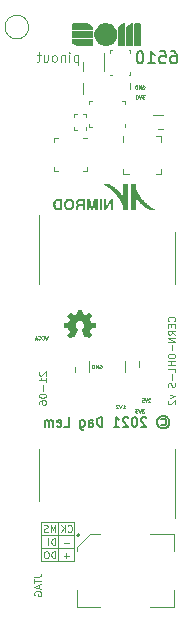
<source format=gbr>
%TF.GenerationSoftware,KiCad,Pcbnew,(5.99.0-10952-g410dbe17de)*%
%TF.CreationDate,2021-06-16T22:03:04+02:00*%
%TF.ProjectId,reDIP-64,72654449-502d-4363-942e-6b696361645f,0.2*%
%TF.SameCoordinates,PX594fc50PY8e9a590*%
%TF.FileFunction,Legend,Bot*%
%TF.FilePolarity,Positive*%
%FSLAX46Y46*%
G04 Gerber Fmt 4.6, Leading zero omitted, Abs format (unit mm)*
G04 Created by KiCad (PCBNEW (5.99.0-10952-g410dbe17de)) date 2021-06-16 22:03:04*
%MOMM*%
%LPD*%
G01*
G04 APERTURE LIST*
%ADD10C,0.120000*%
%ADD11C,0.150000*%
%ADD12C,0.075000*%
%ADD13C,0.200000*%
G04 APERTURE END LIST*
D10*
X7350000Y49530000D02*
G75*
G03*
X7350000Y49530000I-1000000J0D01*
G01*
X8430000Y5400000D02*
X11200000Y5400000D01*
X8430000Y4300000D02*
X11200000Y4300000D01*
X8430000Y7630000D02*
X8430000Y4300000D01*
X8430000Y6520000D02*
X11200000Y6520000D01*
X11200000Y7630000D02*
X8430000Y7630000D01*
X11200000Y4300000D02*
X11200000Y7630000D01*
X9850000Y7630000D02*
X9850000Y4300000D01*
X8268571Y20380000D02*
X8240000Y20351429D01*
X8211428Y20294286D01*
X8211428Y20151429D01*
X8240000Y20094286D01*
X8268571Y20065715D01*
X8325714Y20037143D01*
X8382857Y20037143D01*
X8468571Y20065715D01*
X8811428Y20408572D01*
X8811428Y20037143D01*
X8811428Y19465715D02*
X8811428Y19808572D01*
X8811428Y19637143D02*
X8211428Y19637143D01*
X8297142Y19694286D01*
X8354285Y19751429D01*
X8382857Y19808572D01*
X8582857Y19208572D02*
X8582857Y18751429D01*
X8211428Y18351429D02*
X8211428Y18294286D01*
X8240000Y18237143D01*
X8268571Y18208572D01*
X8325714Y18180000D01*
X8440000Y18151429D01*
X8582857Y18151429D01*
X8697142Y18180000D01*
X8754285Y18208572D01*
X8782857Y18237143D01*
X8811428Y18294286D01*
X8811428Y18351429D01*
X8782857Y18408572D01*
X8754285Y18437143D01*
X8697142Y18465715D01*
X8582857Y18494286D01*
X8440000Y18494286D01*
X8325714Y18465715D01*
X8268571Y18437143D01*
X8240000Y18408572D01*
X8211428Y18351429D01*
X8211428Y17637143D02*
X8211428Y17751429D01*
X8240000Y17808572D01*
X8268571Y17837143D01*
X8354285Y17894286D01*
X8468571Y17922858D01*
X8697142Y17922858D01*
X8754285Y17894286D01*
X8782857Y17865715D01*
X8811428Y17808572D01*
X8811428Y17694286D01*
X8782857Y17637143D01*
X8754285Y17608572D01*
X8697142Y17580000D01*
X8554285Y17580000D01*
X8497142Y17608572D01*
X8468571Y17637143D01*
X8440000Y17694286D01*
X8440000Y17808572D01*
X8468571Y17865715D01*
X8497142Y17894286D01*
X8554285Y17922858D01*
X19694285Y24642858D02*
X19722857Y24671429D01*
X19751428Y24757143D01*
X19751428Y24814286D01*
X19722857Y24900000D01*
X19665714Y24957143D01*
X19608571Y24985715D01*
X19494285Y25014286D01*
X19408571Y25014286D01*
X19294285Y24985715D01*
X19237142Y24957143D01*
X19180000Y24900000D01*
X19151428Y24814286D01*
X19151428Y24757143D01*
X19180000Y24671429D01*
X19208571Y24642858D01*
X19437142Y24385715D02*
X19437142Y24185715D01*
X19751428Y24100000D02*
X19751428Y24385715D01*
X19151428Y24385715D01*
X19151428Y24100000D01*
X19751428Y23500000D02*
X19465714Y23700000D01*
X19751428Y23842858D02*
X19151428Y23842858D01*
X19151428Y23614286D01*
X19180000Y23557143D01*
X19208571Y23528572D01*
X19265714Y23500000D01*
X19351428Y23500000D01*
X19408571Y23528572D01*
X19437142Y23557143D01*
X19465714Y23614286D01*
X19465714Y23842858D01*
X19751428Y23242858D02*
X19151428Y23242858D01*
X19751428Y22900000D01*
X19151428Y22900000D01*
X19522857Y22614286D02*
X19522857Y22157143D01*
X19151428Y21757143D02*
X19151428Y21642858D01*
X19180000Y21585715D01*
X19237142Y21528572D01*
X19351428Y21500000D01*
X19551428Y21500000D01*
X19665714Y21528572D01*
X19722857Y21585715D01*
X19751428Y21642858D01*
X19751428Y21757143D01*
X19722857Y21814286D01*
X19665714Y21871429D01*
X19551428Y21900000D01*
X19351428Y21900000D01*
X19237142Y21871429D01*
X19180000Y21814286D01*
X19151428Y21757143D01*
X19751428Y21242858D02*
X19151428Y21242858D01*
X19437142Y21242858D02*
X19437142Y20900000D01*
X19751428Y20900000D02*
X19151428Y20900000D01*
X19751428Y20328572D02*
X19751428Y20614286D01*
X19151428Y20614286D01*
X19522857Y20128572D02*
X19522857Y19671429D01*
X19722857Y19414286D02*
X19751428Y19328572D01*
X19751428Y19185715D01*
X19722857Y19128572D01*
X19694285Y19100000D01*
X19637142Y19071429D01*
X19580000Y19071429D01*
X19522857Y19100000D01*
X19494285Y19128572D01*
X19465714Y19185715D01*
X19437142Y19300000D01*
X19408571Y19357143D01*
X19380000Y19385715D01*
X19322857Y19414286D01*
X19265714Y19414286D01*
X19208571Y19385715D01*
X19180000Y19357143D01*
X19151428Y19300000D01*
X19151428Y19157143D01*
X19180000Y19071429D01*
X19351428Y18414286D02*
X19751428Y18271429D01*
X19351428Y18128572D01*
X19208571Y17928572D02*
X19180000Y17900000D01*
X19151428Y17842858D01*
X19151428Y17700000D01*
X19180000Y17642858D01*
X19208571Y17614286D01*
X19265714Y17585715D01*
X19322857Y17585715D01*
X19408571Y17614286D01*
X19751428Y17957143D01*
X19751428Y17585715D01*
X11526190Y47151429D02*
X11526190Y46351429D01*
X11526190Y47113334D02*
X11450000Y47151429D01*
X11297619Y47151429D01*
X11221428Y47113334D01*
X11183333Y47075239D01*
X11145238Y46999048D01*
X11145238Y46770477D01*
X11183333Y46694286D01*
X11221428Y46656191D01*
X11297619Y46618096D01*
X11450000Y46618096D01*
X11526190Y46656191D01*
X10802380Y46618096D02*
X10802380Y47151429D01*
X10802380Y47418096D02*
X10840476Y47380000D01*
X10802380Y47341905D01*
X10764285Y47380000D01*
X10802380Y47418096D01*
X10802380Y47341905D01*
X10421428Y47151429D02*
X10421428Y46618096D01*
X10421428Y47075239D02*
X10383333Y47113334D01*
X10307142Y47151429D01*
X10192857Y47151429D01*
X10116666Y47113334D01*
X10078571Y47037143D01*
X10078571Y46618096D01*
X9583333Y46618096D02*
X9659523Y46656191D01*
X9697619Y46694286D01*
X9735714Y46770477D01*
X9735714Y46999048D01*
X9697619Y47075239D01*
X9659523Y47113334D01*
X9583333Y47151429D01*
X9469047Y47151429D01*
X9392857Y47113334D01*
X9354761Y47075239D01*
X9316666Y46999048D01*
X9316666Y46770477D01*
X9354761Y46694286D01*
X9392857Y46656191D01*
X9469047Y46618096D01*
X9583333Y46618096D01*
X8630952Y47151429D02*
X8630952Y46618096D01*
X8973809Y47151429D02*
X8973809Y46732381D01*
X8935714Y46656191D01*
X8859523Y46618096D01*
X8745238Y46618096D01*
X8669047Y46656191D01*
X8630952Y46694286D01*
X8364285Y47151429D02*
X8059523Y47151429D01*
X8250000Y47418096D02*
X8250000Y46732381D01*
X8211904Y46656191D01*
X8135714Y46618096D01*
X8059523Y46618096D01*
X7831428Y3010000D02*
X8260000Y3010000D01*
X8345714Y3038572D01*
X8402857Y3095715D01*
X8431428Y3181429D01*
X8431428Y3238572D01*
X7831428Y2810000D02*
X7831428Y2467143D01*
X8431428Y2638572D02*
X7831428Y2638572D01*
X8260000Y2295715D02*
X8260000Y2010000D01*
X8431428Y2352858D02*
X7831428Y2152858D01*
X8431428Y1952858D01*
X7860000Y1438572D02*
X7831428Y1495715D01*
X7831428Y1581429D01*
X7860000Y1667143D01*
X7917142Y1724286D01*
X7974285Y1752858D01*
X8088571Y1781429D01*
X8174285Y1781429D01*
X8288571Y1752858D01*
X8345714Y1724286D01*
X8402857Y1667143D01*
X8431428Y1581429D01*
X8431428Y1524286D01*
X8402857Y1438572D01*
X8374285Y1410000D01*
X8174285Y1410000D01*
X8174285Y1524286D01*
D11*
X19438095Y47477620D02*
X19628571Y47477620D01*
X19723809Y47430000D01*
X19771428Y47382381D01*
X19866666Y47239524D01*
X19914285Y47049048D01*
X19914285Y46668096D01*
X19866666Y46572858D01*
X19819047Y46525239D01*
X19723809Y46477620D01*
X19533333Y46477620D01*
X19438095Y46525239D01*
X19390476Y46572858D01*
X19342857Y46668096D01*
X19342857Y46906191D01*
X19390476Y47001429D01*
X19438095Y47049048D01*
X19533333Y47096667D01*
X19723809Y47096667D01*
X19819047Y47049048D01*
X19866666Y47001429D01*
X19914285Y46906191D01*
X18438095Y47477620D02*
X18914285Y47477620D01*
X18961904Y47001429D01*
X18914285Y47049048D01*
X18819047Y47096667D01*
X18580952Y47096667D01*
X18485714Y47049048D01*
X18438095Y47001429D01*
X18390476Y46906191D01*
X18390476Y46668096D01*
X18438095Y46572858D01*
X18485714Y46525239D01*
X18580952Y46477620D01*
X18819047Y46477620D01*
X18914285Y46525239D01*
X18961904Y46572858D01*
X17438095Y46477620D02*
X18009523Y46477620D01*
X17723809Y46477620D02*
X17723809Y47477620D01*
X17819047Y47334762D01*
X17914285Y47239524D01*
X18009523Y47191905D01*
X16819047Y47477620D02*
X16723809Y47477620D01*
X16628571Y47430000D01*
X16580952Y47382381D01*
X16533333Y47287143D01*
X16485714Y47096667D01*
X16485714Y46858572D01*
X16533333Y46668096D01*
X16580952Y46572858D01*
X16628571Y46525239D01*
X16723809Y46477620D01*
X16819047Y46477620D01*
X16914285Y46525239D01*
X16961904Y46572858D01*
X17009523Y46668096D01*
X17057142Y46858572D01*
X17057142Y47096667D01*
X17009523Y47287143D01*
X16961904Y47382381D01*
X16914285Y47430000D01*
X16819047Y47477620D01*
X18579523Y16327620D02*
X18655714Y16365715D01*
X18808095Y16365715D01*
X18884285Y16327620D01*
X18960476Y16251429D01*
X18998571Y16175239D01*
X18998571Y16022858D01*
X18960476Y15946667D01*
X18884285Y15870477D01*
X18808095Y15832381D01*
X18655714Y15832381D01*
X18579523Y15870477D01*
X18731904Y16632381D02*
X18922380Y16594286D01*
X19112857Y16480000D01*
X19227142Y16289524D01*
X19265238Y16099048D01*
X19227142Y15908572D01*
X19112857Y15718096D01*
X18922380Y15603810D01*
X18731904Y15565715D01*
X18541428Y15603810D01*
X18350952Y15718096D01*
X18236666Y15908572D01*
X18198571Y16099048D01*
X18236666Y16289524D01*
X18350952Y16480000D01*
X18541428Y16594286D01*
X18731904Y16632381D01*
X17284285Y16441905D02*
X17246190Y16480000D01*
X17170000Y16518096D01*
X16979523Y16518096D01*
X16903333Y16480000D01*
X16865238Y16441905D01*
X16827142Y16365715D01*
X16827142Y16289524D01*
X16865238Y16175239D01*
X17322380Y15718096D01*
X16827142Y15718096D01*
X16331904Y16518096D02*
X16255714Y16518096D01*
X16179523Y16480000D01*
X16141428Y16441905D01*
X16103333Y16365715D01*
X16065238Y16213334D01*
X16065238Y16022858D01*
X16103333Y15870477D01*
X16141428Y15794286D01*
X16179523Y15756191D01*
X16255714Y15718096D01*
X16331904Y15718096D01*
X16408095Y15756191D01*
X16446190Y15794286D01*
X16484285Y15870477D01*
X16522380Y16022858D01*
X16522380Y16213334D01*
X16484285Y16365715D01*
X16446190Y16441905D01*
X16408095Y16480000D01*
X16331904Y16518096D01*
X15760476Y16441905D02*
X15722380Y16480000D01*
X15646190Y16518096D01*
X15455714Y16518096D01*
X15379523Y16480000D01*
X15341428Y16441905D01*
X15303333Y16365715D01*
X15303333Y16289524D01*
X15341428Y16175239D01*
X15798571Y15718096D01*
X15303333Y15718096D01*
X14541428Y15718096D02*
X14998571Y15718096D01*
X14770000Y15718096D02*
X14770000Y16518096D01*
X14846190Y16403810D01*
X14922380Y16327620D01*
X14998571Y16289524D01*
X13589047Y15718096D02*
X13589047Y16518096D01*
X13398571Y16518096D01*
X13284285Y16480000D01*
X13208095Y16403810D01*
X13170000Y16327620D01*
X13131904Y16175239D01*
X13131904Y16060953D01*
X13170000Y15908572D01*
X13208095Y15832381D01*
X13284285Y15756191D01*
X13398571Y15718096D01*
X13589047Y15718096D01*
X12446190Y15718096D02*
X12446190Y16137143D01*
X12484285Y16213334D01*
X12560476Y16251429D01*
X12712857Y16251429D01*
X12789047Y16213334D01*
X12446190Y15756191D02*
X12522380Y15718096D01*
X12712857Y15718096D01*
X12789047Y15756191D01*
X12827142Y15832381D01*
X12827142Y15908572D01*
X12789047Y15984762D01*
X12712857Y16022858D01*
X12522380Y16022858D01*
X12446190Y16060953D01*
X11722380Y16251429D02*
X11722380Y15603810D01*
X11760476Y15527620D01*
X11798571Y15489524D01*
X11874761Y15451429D01*
X11989047Y15451429D01*
X12065238Y15489524D01*
X11722380Y15756191D02*
X11798571Y15718096D01*
X11950952Y15718096D01*
X12027142Y15756191D01*
X12065238Y15794286D01*
X12103333Y15870477D01*
X12103333Y16099048D01*
X12065238Y16175239D01*
X12027142Y16213334D01*
X11950952Y16251429D01*
X11798571Y16251429D01*
X11722380Y16213334D01*
X10350952Y15718096D02*
X10731904Y15718096D01*
X10731904Y16518096D01*
X9779523Y15756191D02*
X9855714Y15718096D01*
X10008095Y15718096D01*
X10084285Y15756191D01*
X10122380Y15832381D01*
X10122380Y16137143D01*
X10084285Y16213334D01*
X10008095Y16251429D01*
X9855714Y16251429D01*
X9779523Y16213334D01*
X9741428Y16137143D01*
X9741428Y16060953D01*
X10122380Y15984762D01*
X9398571Y15718096D02*
X9398571Y16251429D01*
X9398571Y16175239D02*
X9360476Y16213334D01*
X9284285Y16251429D01*
X9170000Y16251429D01*
X9093809Y16213334D01*
X9055714Y16137143D01*
X9055714Y15718096D01*
X9055714Y16137143D02*
X9017619Y16213334D01*
X8941428Y16251429D01*
X8827142Y16251429D01*
X8750952Y16213334D01*
X8712857Y16137143D01*
X8712857Y15718096D01*
D10*
X9619142Y4548572D02*
X9619142Y5148572D01*
X9476285Y5148572D01*
X9390571Y5120000D01*
X9333428Y5062858D01*
X9304857Y5005715D01*
X9276285Y4891429D01*
X9276285Y4805715D01*
X9304857Y4691429D01*
X9333428Y4634286D01*
X9390571Y4577143D01*
X9476285Y4548572D01*
X9619142Y4548572D01*
X8904857Y5148572D02*
X8790571Y5148572D01*
X8733428Y5120000D01*
X8676285Y5062858D01*
X8647714Y4948572D01*
X8647714Y4748572D01*
X8676285Y4634286D01*
X8733428Y4577143D01*
X8790571Y4548572D01*
X8904857Y4548572D01*
X8962000Y4577143D01*
X9019142Y4634286D01*
X9047714Y4748572D01*
X9047714Y4948572D01*
X9019142Y5062858D01*
X8962000Y5120000D01*
X8904857Y5148572D01*
X9619142Y5658572D02*
X9619142Y6258572D01*
X9476285Y6258572D01*
X9390571Y6230000D01*
X9333428Y6172858D01*
X9304857Y6115715D01*
X9276285Y6001429D01*
X9276285Y5915715D01*
X9304857Y5801429D01*
X9333428Y5744286D01*
X9390571Y5687143D01*
X9476285Y5658572D01*
X9619142Y5658572D01*
X9019142Y5658572D02*
X9019142Y6258572D01*
X10758571Y4777143D02*
X10301428Y4777143D01*
X10530000Y4548572D02*
X10530000Y5005715D01*
X10758571Y5887143D02*
X10301428Y5887143D01*
X10644285Y6835715D02*
X10672857Y6807143D01*
X10758571Y6778572D01*
X10815714Y6778572D01*
X10901428Y6807143D01*
X10958571Y6864286D01*
X10987142Y6921429D01*
X11015714Y7035715D01*
X11015714Y7121429D01*
X10987142Y7235715D01*
X10958571Y7292858D01*
X10901428Y7350000D01*
X10815714Y7378572D01*
X10758571Y7378572D01*
X10672857Y7350000D01*
X10644285Y7321429D01*
X10387142Y6778572D02*
X10387142Y7378572D01*
X10044285Y6778572D02*
X10301428Y7121429D01*
X10044285Y7378572D02*
X10387142Y7035715D01*
D12*
X13348571Y20920000D02*
X13377142Y20934286D01*
X13420000Y20934286D01*
X13462857Y20920000D01*
X13491428Y20891429D01*
X13505714Y20862858D01*
X13520000Y20805715D01*
X13520000Y20762858D01*
X13505714Y20705715D01*
X13491428Y20677143D01*
X13462857Y20648572D01*
X13420000Y20634286D01*
X13391428Y20634286D01*
X13348571Y20648572D01*
X13334285Y20662858D01*
X13334285Y20762858D01*
X13391428Y20762858D01*
X13205714Y20634286D02*
X13205714Y20934286D01*
X13034285Y20634286D01*
X13034285Y20934286D01*
X12891428Y20634286D02*
X12891428Y20934286D01*
X12820000Y20934286D01*
X12777142Y20920000D01*
X12748571Y20891429D01*
X12734285Y20862858D01*
X12720000Y20805715D01*
X12720000Y20762858D01*
X12734285Y20705715D01*
X12748571Y20677143D01*
X12777142Y20648572D01*
X12820000Y20634286D01*
X12891428Y20634286D01*
X8948571Y23384286D02*
X8848571Y23084286D01*
X8748571Y23384286D01*
X8477142Y23112858D02*
X8491428Y23098572D01*
X8534285Y23084286D01*
X8562857Y23084286D01*
X8605714Y23098572D01*
X8634285Y23127143D01*
X8648571Y23155715D01*
X8662857Y23212858D01*
X8662857Y23255715D01*
X8648571Y23312858D01*
X8634285Y23341429D01*
X8605714Y23370000D01*
X8562857Y23384286D01*
X8534285Y23384286D01*
X8491428Y23370000D01*
X8477142Y23355715D01*
X8177142Y23112858D02*
X8191428Y23098572D01*
X8234285Y23084286D01*
X8262857Y23084286D01*
X8305714Y23098572D01*
X8334285Y23127143D01*
X8348571Y23155715D01*
X8362857Y23212858D01*
X8362857Y23255715D01*
X8348571Y23312858D01*
X8334285Y23341429D01*
X8305714Y23370000D01*
X8262857Y23384286D01*
X8234285Y23384286D01*
X8191428Y23370000D01*
X8177142Y23355715D01*
X8062857Y23170000D02*
X7920000Y23170000D01*
X8091428Y23084286D02*
X7991428Y23384286D01*
X7891428Y23084286D01*
X16998571Y44580000D02*
X17027142Y44594286D01*
X17070000Y44594286D01*
X17112857Y44580000D01*
X17141428Y44551429D01*
X17155714Y44522858D01*
X17170000Y44465715D01*
X17170000Y44422858D01*
X17155714Y44365715D01*
X17141428Y44337143D01*
X17112857Y44308572D01*
X17070000Y44294286D01*
X17041428Y44294286D01*
X16998571Y44308572D01*
X16984285Y44322858D01*
X16984285Y44422858D01*
X17041428Y44422858D01*
X16855714Y44294286D02*
X16855714Y44594286D01*
X16684285Y44294286D01*
X16684285Y44594286D01*
X16541428Y44294286D02*
X16541428Y44594286D01*
X16470000Y44594286D01*
X16427142Y44580000D01*
X16398571Y44551429D01*
X16384285Y44522858D01*
X16370000Y44465715D01*
X16370000Y44422858D01*
X16384285Y44365715D01*
X16398571Y44337143D01*
X16427142Y44308572D01*
X16470000Y44294286D01*
X16541428Y44294286D01*
X17647142Y18065715D02*
X17632857Y18080000D01*
X17604285Y18094286D01*
X17532857Y18094286D01*
X17504285Y18080000D01*
X17490000Y18065715D01*
X17475714Y18037143D01*
X17475714Y18008572D01*
X17490000Y17965715D01*
X17661428Y17794286D01*
X17475714Y17794286D01*
X17390000Y18094286D02*
X17290000Y17794286D01*
X17190000Y18094286D01*
X16947142Y18094286D02*
X17090000Y18094286D01*
X17104285Y17951429D01*
X17090000Y17965715D01*
X17061428Y17980000D01*
X16990000Y17980000D01*
X16961428Y17965715D01*
X16947142Y17951429D01*
X16932857Y17922858D01*
X16932857Y17851429D01*
X16947142Y17822858D01*
X16961428Y17808572D01*
X16990000Y17794286D01*
X17061428Y17794286D01*
X17090000Y17808572D01*
X17104285Y17822858D01*
D10*
X9619142Y6778572D02*
X9619142Y7378572D01*
X9419142Y6950000D01*
X9219142Y7378572D01*
X9219142Y6778572D01*
X8962000Y6807143D02*
X8876285Y6778572D01*
X8733428Y6778572D01*
X8676285Y6807143D01*
X8647714Y6835715D01*
X8619142Y6892858D01*
X8619142Y6950000D01*
X8647714Y7007143D01*
X8676285Y7035715D01*
X8733428Y7064286D01*
X8847714Y7092858D01*
X8904857Y7121429D01*
X8933428Y7150000D01*
X8962000Y7207143D01*
X8962000Y7264286D01*
X8933428Y7321429D01*
X8904857Y7350000D01*
X8847714Y7378572D01*
X8704857Y7378572D01*
X8619142Y7350000D01*
D12*
X17111428Y17184286D02*
X16925714Y17184286D01*
X17025714Y17070000D01*
X16982857Y17070000D01*
X16954285Y17055715D01*
X16940000Y17041429D01*
X16925714Y17012858D01*
X16925714Y16941429D01*
X16940000Y16912858D01*
X16954285Y16898572D01*
X16982857Y16884286D01*
X17068571Y16884286D01*
X17097142Y16898572D01*
X17111428Y16912858D01*
X16840000Y17184286D02*
X16740000Y16884286D01*
X16640000Y17184286D01*
X16568571Y17184286D02*
X16382857Y17184286D01*
X16482857Y17070000D01*
X16440000Y17070000D01*
X16411428Y17055715D01*
X16397142Y17041429D01*
X16382857Y17012858D01*
X16382857Y16941429D01*
X16397142Y16912858D01*
X16411428Y16898572D01*
X16440000Y16884286D01*
X16525714Y16884286D01*
X16554285Y16898572D01*
X16568571Y16912858D01*
X17161428Y43764286D02*
X16975714Y43764286D01*
X17075714Y43650000D01*
X17032857Y43650000D01*
X17004285Y43635715D01*
X16990000Y43621429D01*
X16975714Y43592858D01*
X16975714Y43521429D01*
X16990000Y43492858D01*
X17004285Y43478572D01*
X17032857Y43464286D01*
X17118571Y43464286D01*
X17147142Y43478572D01*
X17161428Y43492858D01*
X16890000Y43764286D02*
X16790000Y43464286D01*
X16690000Y43764286D01*
X16532857Y43764286D02*
X16504285Y43764286D01*
X16475714Y43750000D01*
X16461428Y43735715D01*
X16447142Y43707143D01*
X16432857Y43650000D01*
X16432857Y43578572D01*
X16447142Y43521429D01*
X16461428Y43492858D01*
X16475714Y43478572D01*
X16504285Y43464286D01*
X16532857Y43464286D01*
X16561428Y43478572D01*
X16575714Y43492858D01*
X16590000Y43521429D01*
X16604285Y43578572D01*
X16604285Y43650000D01*
X16590000Y43707143D01*
X16575714Y43735715D01*
X16561428Y43750000D01*
X16532857Y43764286D01*
X15305714Y17264286D02*
X15477142Y17264286D01*
X15391428Y17264286D02*
X15391428Y17564286D01*
X15420000Y17521429D01*
X15448571Y17492858D01*
X15477142Y17478572D01*
X15220000Y17564286D02*
X15120000Y17264286D01*
X15020000Y17564286D01*
X14934285Y17535715D02*
X14920000Y17550000D01*
X14891428Y17564286D01*
X14820000Y17564286D01*
X14791428Y17550000D01*
X14777142Y17535715D01*
X14762857Y17507143D01*
X14762857Y17478572D01*
X14777142Y17435715D01*
X14948571Y17264286D01*
X14762857Y17264286D01*
%TO.C,OSHW logo*%
G36*
X11875251Y25592072D02*
G01*
X11938037Y25254669D01*
X11954706Y25235579D01*
X12180865Y25143008D01*
X12206205Y25144834D01*
X12488066Y25338271D01*
X12510609Y25336187D01*
X12748019Y25098796D01*
X12750103Y25076254D01*
X12560019Y24799235D01*
X12558452Y24774014D01*
X12658464Y24540731D01*
X12677772Y24524121D01*
X13003964Y24463459D01*
X13018430Y24446036D01*
X13018410Y24110300D01*
X13003944Y24092877D01*
X12685749Y24033663D01*
X12666858Y24016935D01*
X12567520Y23768789D01*
X12569406Y23743448D01*
X12750142Y23480062D01*
X12748059Y23457500D01*
X12510628Y23220109D01*
X12488086Y23218026D01*
X12229363Y23395607D01*
X12204558Y23396461D01*
X12090457Y23335540D01*
X12071704Y23342446D01*
X11836437Y23910910D01*
X11843343Y23932162D01*
X11871898Y23949645D01*
X11889956Y23963476D01*
X11980162Y24044676D01*
X12039773Y24151404D01*
X12061306Y24276233D01*
X12042376Y24393593D01*
X11989663Y24495518D01*
X11909286Y24575892D01*
X11807362Y24628601D01*
X11690010Y24647530D01*
X11572660Y24628601D01*
X11470741Y24575892D01*
X11390370Y24495518D01*
X11337662Y24393593D01*
X11318733Y24276233D01*
X11340262Y24151404D01*
X11399869Y24044676D01*
X11490084Y23963476D01*
X11508102Y23949645D01*
X11536657Y23932162D01*
X11543563Y23910910D01*
X11308315Y23342426D01*
X11289563Y23335521D01*
X11175461Y23396441D01*
X11150657Y23395588D01*
X10891914Y23218006D01*
X10869391Y23220089D01*
X10631961Y23457480D01*
X10629877Y23480043D01*
X10810634Y23743429D01*
X10812499Y23768769D01*
X10713162Y24016915D01*
X10694290Y24033643D01*
X10376096Y24092857D01*
X10361630Y24110280D01*
X10361590Y24446016D01*
X10376016Y24463459D01*
X10702228Y24524121D01*
X10721536Y24540731D01*
X10821528Y24774014D01*
X10819941Y24799235D01*
X10629877Y25076254D01*
X10631961Y25098796D01*
X10869352Y25336187D01*
X10891874Y25338271D01*
X11173755Y25144834D01*
X11199095Y25143008D01*
X11425235Y25235579D01*
X11441904Y25254669D01*
X11504709Y25592072D01*
X11522112Y25606538D01*
X11857868Y25606538D01*
X11875251Y25592072D01*
G37*
D10*
%TO.C,U15*%
X19720000Y27750000D02*
X19720000Y32150000D01*
X8220000Y33600000D02*
X8220000Y27750000D01*
%TO.C,U17*%
X11420000Y1900000D02*
X11420000Y400000D01*
X19660000Y400000D02*
X17660000Y400000D01*
X11420000Y400000D02*
X13420000Y400000D01*
X11420000Y1900000D02*
X11420000Y400000D01*
X19660000Y5140000D02*
X19660000Y6640000D01*
X11420000Y1900000D02*
X11420000Y400000D01*
X11420000Y400000D02*
X13420000Y400000D01*
X19660000Y6640000D02*
X17660000Y6640000D01*
X12540000Y6640000D02*
X13420000Y6640000D01*
X11420000Y400000D02*
X13420000Y400000D01*
X11420000Y5140000D02*
X11420000Y5520000D01*
X11420000Y5520000D02*
X12540000Y6640000D01*
X19660000Y1900000D02*
X19660000Y400000D01*
D13*
X11640000Y6520000D02*
G75*
G03*
X11640000Y6520000I-100000J0D01*
G01*
D10*
%TO.C,U12*%
X18290000Y40900000D02*
X18740000Y40900000D01*
X17840000Y42100000D02*
X18740000Y42100000D01*
%TO.C,MOS logo*%
G36*
X12809173Y48483288D02*
G01*
X12809173Y47974441D01*
X12775307Y47940575D01*
X11603025Y47940575D01*
X11404028Y47962885D01*
X11250376Y48025358D01*
X11137262Y48116229D01*
X11059879Y48223731D01*
X11013419Y48336099D01*
X10993073Y48441568D01*
X10993073Y48483288D01*
X11026940Y48517154D01*
X12775307Y48517154D01*
X12809173Y48483288D01*
G37*
G36*
X12814365Y49134562D02*
G01*
X12814365Y48658293D01*
X12780498Y48624426D01*
X11048188Y48624426D01*
X11014322Y48658293D01*
X11014322Y49134562D01*
X11048188Y49168428D01*
X12780498Y49168428D01*
X12814365Y49134562D01*
G37*
G36*
X15510887Y49815941D02*
G01*
X15510887Y47974434D01*
X15477020Y47940568D01*
X14952844Y47940568D01*
X14918977Y47974434D01*
X14918977Y49302586D01*
X14943205Y49458764D01*
X15012753Y49605055D01*
X15121551Y49727978D01*
X15263530Y49814056D01*
X15432622Y49849808D01*
X15477020Y49849808D01*
X15510887Y49815941D01*
G37*
G36*
X14038889Y49856188D02*
G01*
X14188454Y49819475D01*
X14327918Y49760725D01*
X14455280Y49681933D01*
X14568538Y49585094D01*
X14665692Y49472201D01*
X14744739Y49345251D01*
X14803679Y49206237D01*
X14840511Y49057156D01*
X14853233Y48900000D01*
X14840511Y48742844D01*
X14803679Y48593763D01*
X14744739Y48454749D01*
X14665692Y48327799D01*
X14568538Y48214906D01*
X14455280Y48118067D01*
X14327918Y48039275D01*
X14188454Y47980525D01*
X14038889Y47943812D01*
X13881224Y47931131D01*
X13723559Y47943812D01*
X13573993Y47980525D01*
X13434529Y48039275D01*
X13307167Y48118067D01*
X13193909Y48214906D01*
X13096755Y48327799D01*
X13017708Y48454749D01*
X12958768Y48593763D01*
X12921936Y48742844D01*
X12909214Y48900000D01*
X12921936Y49057156D01*
X12958768Y49206237D01*
X13017708Y49345251D01*
X13096755Y49472201D01*
X13193909Y49585094D01*
X13307167Y49681933D01*
X13434529Y49760725D01*
X13573993Y49819475D01*
X13723559Y49856188D01*
X13881224Y49868869D01*
X14038889Y49856188D01*
G37*
G36*
X16846927Y49812742D02*
G01*
X16846927Y47975100D01*
X16813247Y47941421D01*
X16325192Y47941421D01*
X16291513Y47975100D01*
X16291513Y49812742D01*
X16325192Y49846421D01*
X16813247Y49846421D01*
X16846927Y49812742D01*
G37*
G36*
X16190464Y49815094D02*
G01*
X16190464Y47975732D01*
X16156259Y47941527D01*
X15627342Y47941527D01*
X15593137Y47975732D01*
X15593137Y49321017D01*
X15622748Y49477381D01*
X15697928Y49617660D01*
X15810164Y49732584D01*
X15950943Y49812887D01*
X16111752Y49849300D01*
X16156259Y49849300D01*
X16190464Y49815094D01*
G37*
G36*
X12466416Y49816935D02*
G01*
X12613154Y49738280D01*
X12720562Y49626850D01*
X12788068Y49497349D01*
X12815100Y49364480D01*
X12815100Y49313021D01*
X12781233Y49279154D01*
X11065040Y49279154D01*
X11031173Y49313021D01*
X11031173Y49814248D01*
X11065040Y49848114D01*
X12280920Y49848114D01*
X12466416Y49816935D01*
G37*
%TO.C,U3*%
X11960000Y37340000D02*
X12310000Y37340000D01*
X9490000Y40160000D02*
X9490000Y39810000D01*
X9490000Y37340000D02*
X9490000Y37690000D01*
X9840000Y40160000D02*
X9490000Y40160000D01*
X12310000Y37340000D02*
X12310000Y37690000D01*
X11960000Y40160000D02*
X12310000Y40160000D01*
X9840000Y37340000D02*
X9490000Y37340000D01*
%TO.C,U19*%
X18580000Y37520000D02*
X18580000Y37070000D01*
X15360000Y37070000D02*
X15810000Y37070000D01*
X15360000Y39840000D02*
X15360000Y40290000D01*
X18580000Y40290000D02*
X18130000Y40290000D01*
X18580000Y39840000D02*
X18580000Y40290000D01*
X15360000Y37520000D02*
X15360000Y37070000D01*
X18580000Y37070000D02*
X18130000Y37070000D01*
%TO.C,U1*%
X15220000Y43260000D02*
X15470000Y43260000D01*
X15470000Y41310000D02*
X15470000Y41060000D01*
X12470000Y43260000D02*
X12720000Y43260000D01*
X12470000Y41060000D02*
X12470000Y41310000D01*
X15470000Y43260000D02*
X15470000Y43010000D01*
X12470000Y43010000D02*
X12470000Y43260000D01*
X12720000Y41060000D02*
X12470000Y41060000D01*
%TO.C,D2*%
X11960000Y45820000D02*
X11960000Y46570000D01*
X13760000Y47320000D02*
X13760000Y45820000D01*
%TO.C,U16*%
X19720000Y8000000D02*
X19720000Y13850000D01*
X8220000Y13850000D02*
X8220000Y9450000D01*
%TO.C,U11*%
X15510000Y20350000D02*
X15510000Y21250000D01*
X16710000Y20800000D02*
X16710000Y21250000D01*
%TO.C,U10*%
X12430000Y21250000D02*
X12430000Y20350000D01*
X11230000Y20800000D02*
X11230000Y20350000D01*
%TO.C,svg2mod*%
G36*
X13560339Y34060824D02*
G01*
X13370580Y34060824D01*
X13370580Y34974876D01*
X13560339Y34974876D01*
X13560339Y34060824D01*
G37*
G36*
X13790186Y36264292D02*
G01*
X13910096Y36264240D01*
X14020089Y36264165D01*
X14100415Y36264094D01*
X14131328Y36264055D01*
X14200672Y36234086D01*
X14270497Y36200088D01*
X14340627Y36162212D01*
X14410885Y36120609D01*
X14481095Y36075429D01*
X14551082Y36026824D01*
X14620669Y35974944D01*
X14689680Y35919940D01*
X14757938Y35861964D01*
X14825268Y35801166D01*
X14891493Y35737696D01*
X14956437Y35671707D01*
X15019925Y35603349D01*
X15081779Y35532773D01*
X15141824Y35460129D01*
X15199883Y35385569D01*
X15255781Y35309243D01*
X15309342Y35231303D01*
X15360388Y35151900D01*
X15360388Y36263490D01*
X15777618Y36263490D01*
X15777618Y34060052D01*
X15360388Y34060052D01*
X15360388Y34068237D01*
X15356872Y34148653D01*
X15348267Y34229397D01*
X15334781Y34310345D01*
X15316621Y34391371D01*
X15293996Y34472353D01*
X15267113Y34553164D01*
X15236178Y34633682D01*
X15201401Y34713782D01*
X15162989Y34793339D01*
X15121149Y34872229D01*
X15076089Y34950328D01*
X15028016Y35027512D01*
X14977139Y35103655D01*
X14923664Y35178634D01*
X14867799Y35252325D01*
X14809753Y35324602D01*
X14749732Y35395342D01*
X14687945Y35464421D01*
X14624598Y35531714D01*
X14559900Y35597096D01*
X14494059Y35660443D01*
X14427280Y35721632D01*
X14359774Y35780537D01*
X14291746Y35837035D01*
X14223405Y35891000D01*
X14154958Y35942309D01*
X14086613Y35990838D01*
X14018577Y36036461D01*
X13951059Y36079055D01*
X13884265Y36118495D01*
X13818404Y36154657D01*
X13753683Y36187416D01*
X13690309Y36216649D01*
X13628491Y36242231D01*
X13568435Y36264037D01*
X13599607Y36264217D01*
X13680106Y36264293D01*
X13790186Y36264292D01*
G37*
G36*
X10870738Y34996115D02*
G01*
X10951393Y34976114D01*
X11020492Y34942782D01*
X11078036Y34896122D01*
X11128042Y34840755D01*
X11166936Y34775370D01*
X11194717Y34699964D01*
X11211386Y34614538D01*
X11216942Y34519090D01*
X11211386Y34425223D01*
X11194717Y34340588D01*
X11166936Y34265182D01*
X11128042Y34199006D01*
X11078036Y34142059D01*
X11020492Y34095389D01*
X10951393Y34062058D01*
X10870738Y34042063D01*
X10778528Y34035399D01*
X10686327Y34042063D01*
X10605673Y34062058D01*
X10536565Y34095389D01*
X10479002Y34142059D01*
X10429222Y34199006D01*
X10390502Y34265182D01*
X10362842Y34340588D01*
X10346246Y34425223D01*
X10340713Y34519090D01*
X10531707Y34519090D01*
X10539119Y34424005D01*
X10561348Y34344630D01*
X10598382Y34280965D01*
X10648026Y34234456D01*
X10708070Y34206551D01*
X10778528Y34197249D01*
X10849083Y34206551D01*
X10909438Y34234456D01*
X10959591Y34280965D01*
X10997153Y34344630D01*
X11019678Y34424005D01*
X11027183Y34519090D01*
X11019678Y34614175D01*
X10997153Y34693550D01*
X10959591Y34757215D01*
X10909438Y34803724D01*
X10849083Y34831629D01*
X10778528Y34840931D01*
X10708070Y34831592D01*
X10648026Y34803580D01*
X10598382Y34756905D01*
X10561348Y34693130D01*
X10539119Y34613857D01*
X10531707Y34519090D01*
X10340713Y34519090D01*
X10346246Y34614538D01*
X10362842Y34699964D01*
X10390502Y34775370D01*
X10429222Y34840755D01*
X10479002Y34896122D01*
X10536565Y34942782D01*
X10605673Y34976114D01*
X10686327Y34996115D01*
X10778528Y35002782D01*
X10870738Y34996115D01*
G37*
G36*
X16406832Y36255941D02*
G01*
X16410341Y36175525D01*
X16418922Y36094781D01*
X16432371Y36013833D01*
X16450479Y35932807D01*
X16473041Y35851826D01*
X16499850Y35771014D01*
X16530699Y35690496D01*
X16565381Y35610396D01*
X16603689Y35530839D01*
X16645417Y35451949D01*
X16690359Y35373850D01*
X16738307Y35296667D01*
X16789054Y35220523D01*
X16842395Y35145544D01*
X16898122Y35071854D01*
X16956029Y34999576D01*
X17015909Y34928836D01*
X17077555Y34859758D01*
X17140761Y34792465D01*
X17205320Y34727083D01*
X17271024Y34663736D01*
X17337668Y34602547D01*
X17405045Y34543642D01*
X17472948Y34487145D01*
X17541171Y34433180D01*
X17609506Y34381871D01*
X17677747Y34333343D01*
X17745687Y34287720D01*
X17813120Y34245127D01*
X17879839Y34205687D01*
X17945637Y34169526D01*
X18010307Y34136767D01*
X18073643Y34107535D01*
X18135439Y34081954D01*
X18195486Y34060148D01*
X18159805Y34060279D01*
X18079348Y34060255D01*
X17972192Y34060142D01*
X17856412Y34060007D01*
X17750085Y34059915D01*
X17671288Y34059933D01*
X17638097Y34060127D01*
X17568735Y34090097D01*
X17498859Y34124096D01*
X17428649Y34161973D01*
X17358287Y34203577D01*
X17287951Y34248757D01*
X17217821Y34297362D01*
X17148079Y34349241D01*
X17078903Y34404245D01*
X17010473Y34462220D01*
X16942970Y34523018D01*
X16876574Y34586486D01*
X16811464Y34652475D01*
X16747820Y34720832D01*
X16685823Y34791408D01*
X16625652Y34864051D01*
X16567488Y34938611D01*
X16511510Y35014936D01*
X16457898Y35092876D01*
X16406832Y35172280D01*
X16406832Y34060686D01*
X15989602Y34060686D01*
X15988491Y36264143D01*
X16406832Y36264143D01*
X16406832Y36255941D01*
G37*
G36*
X13918744Y34336775D02*
G01*
X14282740Y34974876D01*
X14483047Y34974876D01*
X14483047Y34060824D01*
X14305071Y34060824D01*
X14305071Y34710086D01*
X13931761Y34060824D01*
X13740767Y34060824D01*
X13740767Y34974876D01*
X13918744Y34974876D01*
X13918744Y34336775D01*
G37*
G36*
X9429087Y34449935D02*
G01*
X9425193Y34524581D01*
X9618612Y34524581D01*
X9625906Y34430471D01*
X9647751Y34350329D01*
X9692407Y34276256D01*
X9755249Y34231816D01*
X9836276Y34217003D01*
X10012383Y34217003D01*
X10012383Y34813563D01*
X9836276Y34813563D01*
X9759070Y34805257D01*
X9701086Y34780344D01*
X9662321Y34738832D01*
X9638038Y34681813D01*
X9623469Y34610397D01*
X9618612Y34524581D01*
X9425193Y34524581D01*
X9424514Y34537604D01*
X9428860Y34611390D01*
X9441870Y34688912D01*
X9466845Y34765492D01*
X9506993Y34836501D01*
X9550748Y34886868D01*
X9602633Y34925524D01*
X9662639Y34952469D01*
X9726218Y34966724D01*
X9804032Y34972313D01*
X10197803Y34972313D01*
X10197803Y34058253D01*
X9804032Y34058253D01*
X9725501Y34065074D01*
X9655602Y34085537D01*
X9594332Y34119642D01*
X9541692Y34167392D01*
X9497680Y34228786D01*
X9465672Y34295526D01*
X9442807Y34369242D01*
X9429087Y34449935D01*
G37*
G36*
X12734045Y34256160D02*
G01*
X12900239Y34974876D01*
X13178052Y34974876D01*
X13178052Y34060824D01*
X13000075Y34060824D01*
X13000075Y34679080D01*
X13000710Y34753804D01*
X13001328Y34827909D01*
X12829542Y34060824D01*
X12644140Y34060824D01*
X12471120Y34827909D01*
X12471738Y34753804D01*
X12472355Y34679080D01*
X12472355Y34060824D01*
X12294396Y34060824D01*
X12294396Y34974876D01*
X12569104Y34974876D01*
X12734045Y34256160D01*
G37*
G36*
X11908704Y34060824D02*
G01*
X11908704Y34419251D01*
X11711501Y34419251D01*
X11640580Y34411960D01*
X11596461Y34390106D01*
X11573135Y34346385D01*
X11564534Y34273524D01*
X11563300Y34188568D01*
X11555239Y34109813D01*
X11542821Y34060824D01*
X11332600Y34060824D01*
X11332600Y34083768D01*
X11367331Y34135858D01*
X11372288Y34220813D01*
X11372288Y34282205D01*
X11378885Y34365991D01*
X11398658Y34425142D01*
X11434234Y34466605D01*
X11488264Y34497386D01*
X11423308Y34532650D01*
X11379732Y34586372D01*
X11355092Y34649855D01*
X11350186Y34688381D01*
X11538482Y34688381D01*
X11552751Y34624195D01*
X11595543Y34585443D01*
X11635853Y34574280D01*
X11692275Y34570559D01*
X11908704Y34570559D01*
X11908704Y34816126D01*
X11686701Y34816126D01*
X11632435Y34812090D01*
X11593674Y34800004D01*
X11552286Y34757825D01*
X11538482Y34688381D01*
X11350186Y34688381D01*
X11346870Y34714427D01*
X11351216Y34765429D01*
X11364227Y34810545D01*
X11411358Y34887440D01*
X11451286Y34924484D01*
X11499112Y34951312D01*
X11561990Y34968050D01*
X11647014Y34974876D01*
X12095359Y34974876D01*
X12095359Y34060824D01*
X11908704Y34060824D01*
G37*
%TO.C,Q1*%
X11200000Y42210000D02*
X11450000Y42210000D01*
X12220000Y40790000D02*
X12220000Y41040000D01*
X12220000Y41960000D02*
X12220000Y42210000D01*
X11200000Y41960000D02*
X11200000Y42210000D01*
X11200000Y40790000D02*
X11450000Y40790000D01*
X11200000Y40790000D02*
X11200000Y41040000D01*
X11970000Y42210000D02*
X12220000Y42210000D01*
%TO.C,D3*%
X15970000Y44770000D02*
X15970000Y44320000D01*
X11970000Y43870000D02*
X11970000Y44770000D01*
%TO.C,U2*%
X15810000Y47620000D02*
X15960000Y47620000D01*
X14410000Y47620000D02*
X14260000Y47620000D01*
X15960000Y47620000D02*
X15960000Y47370000D01*
X14410000Y45520000D02*
X14260000Y45520000D01*
X15810000Y45520000D02*
X15960000Y45520000D01*
X14260000Y47620000D02*
X14260000Y47370000D01*
X15960000Y45520000D02*
X15960000Y45770000D01*
%TD*%
M02*

</source>
